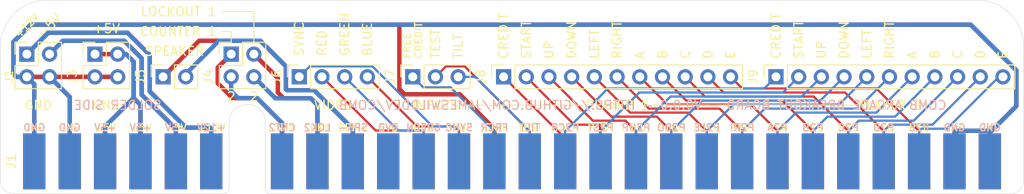
<source format=kicad_pcb>
(kicad_pcb (version 20171130) (host pcbnew "(5.1.9)-1")

  (general
    (thickness 1.6)
    (drawings 56)
    (tracks 245)
    (zones 0)
    (modules 9)
    (nets 42)
  )

  (page A4)
  (title_block
    (title "Comb Arcade Breakout Board")
    (date 2021-05-02)
    (rev 0.0.0)
    (company jameswilddev)
  )

  (layers
    (0 F.Cu signal)
    (31 B.Cu signal)
    (32 B.Adhes user)
    (33 F.Adhes user)
    (34 B.Paste user)
    (35 F.Paste user)
    (36 B.SilkS user)
    (37 F.SilkS user)
    (38 B.Mask user)
    (39 F.Mask user)
    (40 Dwgs.User user)
    (41 Cmts.User user)
    (42 Eco1.User user)
    (43 Eco2.User user)
    (44 Edge.Cuts user)
    (45 Margin user)
    (46 B.CrtYd user)
    (47 F.CrtYd user)
    (48 B.Fab user)
    (49 F.Fab user)
  )

  (setup
    (last_trace_width 0.25)
    (trace_clearance 0.2)
    (zone_clearance 0.2)
    (zone_45_only no)
    (trace_min 0.2)
    (via_size 0.8)
    (via_drill 0.4)
    (via_min_size 0.4)
    (via_min_drill 0.3)
    (uvia_size 0.3)
    (uvia_drill 0.1)
    (uvias_allowed no)
    (uvia_min_size 0.2)
    (uvia_min_drill 0.1)
    (edge_width 0.05)
    (segment_width 0.2)
    (pcb_text_width 0.3)
    (pcb_text_size 1.5 1.5)
    (mod_edge_width 0.12)
    (mod_text_size 1 1)
    (mod_text_width 0.15)
    (pad_size 3.2 3.2)
    (pad_drill 3.2)
    (pad_to_mask_clearance 0)
    (aux_axis_origin 0 0)
    (visible_elements 7FFDFF7F)
    (pcbplotparams
      (layerselection 0x010fc_ffffffff)
      (usegerberextensions false)
      (usegerberattributes true)
      (usegerberadvancedattributes true)
      (creategerberjobfile true)
      (excludeedgelayer true)
      (linewidth 0.100000)
      (plotframeref false)
      (viasonmask false)
      (mode 1)
      (useauxorigin false)
      (hpglpennumber 1)
      (hpglpenspeed 20)
      (hpglpendiameter 15.000000)
      (psnegative false)
      (psa4output false)
      (plotreference true)
      (plotvalue true)
      (plotinvisibletext false)
      (padsonsilk false)
      (subtractmaskfromsilk false)
      (outputformat 1)
      (mirror false)
      (drillshape 0)
      (scaleselection 1)
      (outputdirectory ""))
  )

  (net 0 "")
  (net 1 GND)
  (net 2 "Net-(J1-Pad11)")
  (net 3 +5V)
  (net 4 "Net-(J1-PadM)")
  (net 5 VIDEO_SYNC)
  (net 6 P2_START)
  (net 7 P2_LEFT)
  (net 8 VIDEO_GREEN)
  (net 9 P2_UP)
  (net 10 P2_DOWN)
  (net 11 P2_RIGHT)
  (net 12 P1_RIGHT)
  (net 13 P1_LEFT)
  (net 14 P1_DOWN)
  (net 15 P1_UP)
  (net 16 P1_START)
  (net 17 VIDEO_BLUE)
  (net 18 VIDEO_RED)
  (net 19 SPEAKER+)
  (net 20 -5V)
  (net 21 COUNTER_2)
  (net 22 +12V)
  (net 23 SPEAKER-)
  (net 24 LOCKOUT_2)
  (net 25 TILT)
  (net 26 TEST)
  (net 27 LOCKOUT_1)
  (net 28 COUNTER_1)
  (net 29 P2_CREDIT)
  (net 30 P2_A)
  (net 31 P2_B)
  (net 32 P2_C)
  (net 33 P2_D)
  (net 34 P2_E)
  (net 35 P1_E)
  (net 36 P1_D)
  (net 37 P1_C)
  (net 38 P1_B)
  (net 39 P1_A)
  (net 40 P1_CREDIT)
  (net 41 FREE_CREDIT)

  (net_class Default "This is the default net class."
    (clearance 0.2)
    (trace_width 0.25)
    (via_dia 0.8)
    (via_drill 0.4)
    (uvia_dia 0.3)
    (uvia_drill 0.1)
    (add_net FREE_CREDIT)
    (add_net "Net-(J1-Pad11)")
    (add_net "Net-(J1-PadM)")
    (add_net P1_A)
    (add_net P1_B)
    (add_net P1_C)
    (add_net P1_CREDIT)
    (add_net P1_D)
    (add_net P1_DOWN)
    (add_net P1_E)
    (add_net P1_LEFT)
    (add_net P1_RIGHT)
    (add_net P1_START)
    (add_net P1_UP)
    (add_net P2_A)
    (add_net P2_B)
    (add_net P2_C)
    (add_net P2_CREDIT)
    (add_net P2_D)
    (add_net P2_DOWN)
    (add_net P2_E)
    (add_net P2_LEFT)
    (add_net P2_RIGHT)
    (add_net P2_START)
    (add_net P2_UP)
    (add_net TEST)
    (add_net TILT)
    (add_net VIDEO_BLUE)
    (add_net VIDEO_GREEN)
    (add_net VIDEO_RED)
    (add_net VIDEO_SYNC)
  )

  (net_class Power ""
    (clearance 0.4)
    (trace_width 0.5)
    (via_dia 0.8)
    (via_drill 0.4)
    (uvia_dia 0.3)
    (uvia_drill 0.1)
    (add_net +12V)
    (add_net +5V)
    (add_net -5V)
    (add_net COUNTER_1)
    (add_net COUNTER_2)
    (add_net GND)
    (add_net LOCKOUT_1)
    (add_net LOCKOUT_2)
    (add_net SPEAKER+)
    (add_net SPEAKER-)
  )

  (module Comb:Edge_Connector (layer F.Cu) (tedit 608E6293) (tstamp 608F8AAE)
    (at 121.92 111.76)
    (path /6083F27E)
    (fp_text reference J1 (at -56.03875 4.375 90) (layer F.SilkS)
      (effects (font (size 1 1) (thickness 0.15)))
    )
    (fp_text value Game_Connector (at -43.56 11.5) (layer F.Fab)
      (effects (font (size 1 1) (thickness 0.15)))
    )
    (fp_poly (pts (xy 57.25 8) (xy -57.25 8) (xy -57.25 1.25) (xy 57.25 1.25)) (layer B.Mask) (width 0.1))
    (fp_poly (pts (xy 57.25 8) (xy -57.25 8) (xy -57.25 1.25) (xy 57.25 1.25)) (layer F.Mask) (width 0.1))
    (fp_line (start -29.7 -2) (end -29.615 -2) (layer Edge.Cuts) (width 0.05))
    (fp_line (start -27.115 8) (end 55.75 8) (layer Edge.Cuts) (width 0.05))
    (fp_line (start -31.66 7.375) (end -31.66 0) (layer Edge.Cuts) (width 0.05))
    (fp_line (start 57.25 6.5) (end 57.25 0) (layer Edge.Cuts) (width 0.05))
    (fp_line (start -27.615 0) (end -27.615 7.5) (layer Edge.Cuts) (width 0.05))
    (fp_line (start -32.285 8) (end -55.75 8) (layer Edge.Cuts) (width 0.05))
    (fp_line (start -57.25 6.5) (end -57.25 0) (layer Edge.Cuts) (width 0.05))
    (fp_text user P2D (at 41.58 0.6) (layer B.SilkS)
      (effects (font (size 0.8 0.8) (thickness 0.15)) (justify mirror))
    )
    (fp_text user P2E (at 45.54 0.6) (layer B.SilkS)
      (effects (font (size 0.8 0.8) (thickness 0.15)) (justify mirror))
    )
    (fp_text user GND (at 49.5 0.6) (layer B.SilkS)
      (effects (font (size 0.8 0.8) (thickness 0.15)) (justify mirror))
    )
    (fp_text user GND (at 53.46 0.6) (layer B.SilkS)
      (effects (font (size 0.8 0.8) (thickness 0.15)) (justify mirror))
    )
    (fp_text user GND (at -53.46 0.6) (layer B.SilkS)
      (effects (font (size 0.8 0.8) (thickness 0.15)) (justify mirror))
    )
    (fp_text user P2LE (at 21.78 0.6) (layer B.SilkS)
      (effects (font (size 0.8 0.8) (thickness 0.15)) (justify mirror))
    )
    (fp_text user P2RI (at 25.74 0.6) (layer B.SilkS)
      (effects (font (size 0.8 0.8) (thickness 0.15)) (justify mirror))
    )
    (fp_text user P2A (at 29.7 0.6) (layer B.SilkS)
      (effects (font (size 0.8 0.8) (thickness 0.15)) (justify mirror))
    )
    (fp_text user P2B (at 33.66 0.6) (layer B.SilkS)
      (effects (font (size 0.8 0.8) (thickness 0.15)) (justify mirror))
    )
    (fp_text user P2C (at 37.62 0.6) (layer B.SilkS)
      (effects (font (size 0.8 0.8) (thickness 0.15)) (justify mirror))
    )
    (fp_text user +5V (at -41.58 0.6) (layer B.SilkS)
      (effects (font (size 0.8 0.8) (thickness 0.15)) (justify mirror))
    )
    (fp_text user +12V (at -33.66 0.6) (layer B.SilkS)
      (effects (font (size 0.8 0.8) (thickness 0.15)) (justify mirror))
    )
    (fp_text user -5V (at -37.62 0.6) (layer B.SilkS)
      (effects (font (size 0.8 0.8) (thickness 0.15)) (justify mirror))
    )
    (fp_text user CNT2 (at -25.74 0.6) (layer B.SilkS)
      (effects (font (size 0.8 0.8) (thickness 0.15)) (justify mirror))
    )
    (fp_text user SPK- (at -17.82 0.6) (layer B.SilkS)
      (effects (font (size 0.8 0.8) (thickness 0.15)) (justify mirror))
    )
    (fp_text user LCK2 (at -21.78 0.6) (layer B.SilkS)
      (effects (font (size 0.8 0.8) (thickness 0.15)) (justify mirror))
    )
    (fp_text user GREEN (at -9.9 0.6) (layer B.SilkS)
      (effects (font (size 0.8 0.8) (thickness 0.15)) (justify mirror))
    )
    (fp_text user RVD (at -13.86 0.6) (layer B.SilkS)
      (effects (font (size 0.8 0.8) (thickness 0.15)) (justify mirror))
    )
    (fp_text user SYNC (at -5.94 0.6) (layer B.SilkS)
      (effects (font (size 0.8 0.8) (thickness 0.15)) (justify mirror))
    )
    (fp_text user FRCR (at -1.98 0.6) (layer B.SilkS)
      (effects (font (size 0.8 0.8) (thickness 0.15)) (justify mirror))
    )
    (fp_text user P2CR (at 5.94 0.6) (layer B.SilkS)
      (effects (font (size 0.8 0.8) (thickness 0.15)) (justify mirror))
    )
    (fp_text user TILT (at 1.98 0.6) (layer B.SilkS)
      (effects (font (size 0.8 0.8) (thickness 0.15)) (justify mirror))
    )
    (fp_text user P2ST (at 9.9 0.6) (layer B.SilkS)
      (effects (font (size 0.8 0.8) (thickness 0.15)) (justify mirror))
    )
    (fp_text user P2UP (at 13.86 0.6) (layer B.SilkS)
      (effects (font (size 0.8 0.8) (thickness 0.15)) (justify mirror))
    )
    (fp_text user P2DO (at 17.82 0.6) (layer B.SilkS)
      (effects (font (size 0.8 0.8) (thickness 0.15)) (justify mirror))
    )
    (fp_text user GND (at -49.5 0.6) (layer B.SilkS)
      (effects (font (size 0.8 0.8) (thickness 0.15)) (justify mirror))
    )
    (fp_text user +5V (at -45.54 0.6) (layer B.SilkS)
      (effects (font (size 0.8 0.8) (thickness 0.15)) (justify mirror))
    )
    (fp_text user GND (at 53.46 0.6) (layer F.SilkS)
      (effects (font (size 0.8 0.8) (thickness 0.15)))
    )
    (fp_text user GND (at 49.5 0.6) (layer F.SilkS)
      (effects (font (size 0.8 0.8) (thickness 0.15)))
    )
    (fp_text user P1E (at 45.54 0.6) (layer F.SilkS)
      (effects (font (size 0.8 0.8) (thickness 0.15)))
    )
    (fp_text user P1D (at 41.58 0.6) (layer F.SilkS)
      (effects (font (size 0.8 0.8) (thickness 0.15)))
    )
    (fp_text user P1C (at 37.62 0.6) (layer F.SilkS)
      (effects (font (size 0.8 0.8) (thickness 0.15)))
    )
    (fp_text user P1B (at 33.66 0.6) (layer F.SilkS)
      (effects (font (size 0.8 0.8) (thickness 0.15)))
    )
    (fp_text user P1A (at 29.7 0.6) (layer F.SilkS)
      (effects (font (size 0.8 0.8) (thickness 0.15)))
    )
    (fp_text user P1RI (at 25.74 0.6) (layer F.SilkS)
      (effects (font (size 0.8 0.8) (thickness 0.15)))
    )
    (fp_text user P1LE (at 21.78 0.6) (layer F.SilkS)
      (effects (font (size 0.8 0.8) (thickness 0.15)))
    )
    (fp_text user P1DO (at 17.82 0.6) (layer F.SilkS)
      (effects (font (size 0.8 0.8) (thickness 0.15)))
    )
    (fp_text user P1UP (at 13.86 0.6) (layer F.SilkS)
      (effects (font (size 0.8 0.8) (thickness 0.15)))
    )
    (fp_text user P1ST (at 9.9 0.6) (layer F.SilkS)
      (effects (font (size 0.8 0.8) (thickness 0.15)))
    )
    (fp_text user P1CR (at 5.94 0.6) (layer F.SilkS)
      (effects (font (size 0.8 0.8) (thickness 0.15)))
    )
    (fp_text user TEST (at 1.98 0.6) (layer F.SilkS)
      (effects (font (size 0.8 0.8) (thickness 0.15)))
    )
    (fp_text user GND (at -1.98 0.6) (layer F.SilkS)
      (effects (font (size 0.8 0.8) (thickness 0.15)))
    )
    (fp_text user BLUE (at -5.94 0.6) (layer F.SilkS)
      (effects (font (size 0.8 0.8) (thickness 0.15)))
    )
    (fp_text user RED (at -9.9 0.6) (layer F.SilkS)
      (effects (font (size 0.8 0.8) (thickness 0.15)))
    )
    (fp_text user RVD (at -13.86 0.6) (layer F.SilkS)
      (effects (font (size 0.8 0.8) (thickness 0.15)))
    )
    (fp_text user SPK+ (at -17.82 0.6) (layer F.SilkS)
      (effects (font (size 0.8 0.8) (thickness 0.15)))
    )
    (fp_text user LCK1 (at -21.78 0.6) (layer F.SilkS)
      (effects (font (size 0.8 0.8) (thickness 0.15)))
    )
    (fp_text user CNT1 (at -25.74 0.6) (layer F.SilkS)
      (effects (font (size 0.8 0.8) (thickness 0.15)))
    )
    (fp_text user +12V (at -33.66 0.6) (layer F.SilkS)
      (effects (font (size 0.8 0.8) (thickness 0.15)))
    )
    (fp_text user -5V (at -37.62 0.6) (layer F.SilkS)
      (effects (font (size 0.8 0.8) (thickness 0.15)))
    )
    (fp_text user +5V (at -41.58 0.6) (layer F.SilkS)
      (effects (font (size 0.8 0.8) (thickness 0.15)))
    )
    (fp_text user +5V (at -45.54 0.6) (layer F.SilkS)
      (effects (font (size 0.8 0.8) (thickness 0.15)))
    )
    (fp_text user GND (at -49.5 0.6) (layer F.SilkS)
      (effects (font (size 0.8 0.8) (thickness 0.15)))
    )
    (fp_text user GND (at -53.46 0.6) (layer F.SilkS)
      (effects (font (size 0.8 0.8) (thickness 0.15)))
    )
    (fp_arc (start -29.615 0) (end -27.615 0) (angle -90) (layer Edge.Cuts) (width 0.05))
    (fp_arc (start -29.66 0) (end -29.7 -2) (angle -88.9) (layer Edge.Cuts) (width 0.05))
    (fp_arc (start 55.75 6.5) (end 55.75 8) (angle -90) (layer Edge.Cuts) (width 0.05))
    (fp_arc (start -27.115 7.5) (end -27.615 7.5) (angle -90) (layer Edge.Cuts) (width 0.05))
    (fp_arc (start -32.285 7.375) (end -32.285 8) (angle -90) (layer Edge.Cuts) (width 0.05))
    (fp_arc (start -55.75 6.5) (end -57.25 6.5) (angle -90) (layer Edge.Cuts) (width 0.05))
    (pad P smd rect (at -5.94 4.375) (size 2.5 6.25) (layers B.Cu B.Paste B.Mask)
      (net 5 VIDEO_SYNC))
    (pad U smd rect (at 9.9 4.375) (size 2.5 6.25) (layers B.Cu B.Paste B.Mask)
      (net 6 P2_START))
    (pad X smd rect (at 21.78 4.375) (size 2.5 6.25) (layers B.Cu B.Paste B.Mask)
      (net 7 P2_LEFT))
    (pad E smd rect (at -37.62 4.375) (size 2.5 6.25) (layers B.Cu B.Paste B.Mask)
      (net 20 -5V))
    (pad J smd rect (at -25.74 4.375) (size 2.5 6.25) (layers B.Cu B.Paste B.Mask)
      (net 21 COUNTER_2))
    (pad N smd rect (at -9.9 4.375) (size 2.5 6.25) (layers B.Cu B.Paste B.Mask)
      (net 8 VIDEO_GREEN))
    (pad F smd rect (at -33.66 4.375) (size 2.5 6.25) (layers B.Cu B.Paste B.Mask)
      (net 22 +12V))
    (pad T smd rect (at 5.94 4.375) (size 2.5 6.25) (layers B.Cu B.Paste B.Mask)
      (net 29 P2_CREDIT))
    (pad D smd rect (at -41.58 4.375) (size 2.5 6.25) (layers B.Cu B.Paste B.Mask)
      (net 3 +5V))
    (pad B smd rect (at -49.5 4.375) (size 2.5 6.25) (layers B.Cu B.Paste B.Mask)
      (net 1 GND))
    (pad L smd rect (at -17.82 4.375) (size 2.5 6.25) (layers B.Cu B.Paste B.Mask)
      (net 23 SPEAKER-))
    (pad M smd rect (at -13.86 4.375) (size 2.5 6.25) (layers B.Cu B.Paste B.Mask)
      (net 4 "Net-(J1-PadM)"))
    (pad A smd rect (at -53.46 4.375) (size 2.5 6.25) (layers B.Cu B.Paste B.Mask)
      (net 1 GND))
    (pad K smd rect (at -21.78 4.375) (size 2.5 6.25) (layers B.Cu B.Paste B.Mask)
      (net 24 LOCKOUT_2))
    (pad R smd rect (at -1.98 4.375) (size 2.5 6.25) (layers B.Cu B.Paste B.Mask)
      (net 41 FREE_CREDIT))
    (pad S smd rect (at 1.98 4.375) (size 2.5 6.25) (layers B.Cu B.Paste B.Mask)
      (net 25 TILT))
    (pad C smd rect (at -45.54 4.375) (size 2.5 6.25) (layers B.Cu B.Paste B.Mask)
      (net 3 +5V))
    (pad V smd rect (at 13.86 4.375) (size 2.5 6.25) (layers B.Cu B.Paste B.Mask)
      (net 9 P2_UP))
    (pad W smd rect (at 17.82 4.375) (size 2.5 6.25) (layers B.Cu B.Paste B.Mask)
      (net 10 P2_DOWN))
    (pad Y smd rect (at 25.74 4.375) (size 2.5 6.25) (layers B.Cu B.Paste B.Mask)
      (net 11 P2_RIGHT))
    (pad Z smd rect (at 29.7 4.375) (size 2.5 6.25) (layers B.Cu B.Paste B.Mask)
      (net 30 P2_A))
    (pad AA smd rect (at 33.66 4.375) (size 2.5 6.25) (layers B.Cu B.Paste B.Mask)
      (net 31 P2_B))
    (pad AB smd rect (at 37.62 4.375) (size 2.5 6.25) (layers B.Cu B.Paste B.Mask)
      (net 32 P2_C))
    (pad AC smd rect (at 41.58 4.375) (size 2.5 6.25) (layers B.Cu B.Paste B.Mask)
      (net 33 P2_D))
    (pad AE smd rect (at 49.5 4.375) (size 2.5 6.25) (layers B.Cu B.Paste B.Mask)
      (net 1 GND))
    (pad AD smd rect (at 45.54 4.375) (size 2.5 6.25) (layers B.Cu B.Paste B.Mask)
      (net 34 P2_E))
    (pad AF smd rect (at 53.46 4.375) (size 2.5 6.25) (layers B.Cu B.Paste B.Mask)
      (net 1 GND))
    (pad 28 smd rect (at 53.46 4.375) (size 2.5 6.25) (layers F.Cu F.Paste F.Mask)
      (net 1 GND))
    (pad 27 smd rect (at 49.5 4.375) (size 2.5 6.25) (layers F.Cu F.Paste F.Mask)
      (net 1 GND))
    (pad 26 smd rect (at 45.54 4.375) (size 2.5 6.25) (layers F.Cu F.Paste F.Mask)
      (net 35 P1_E))
    (pad 25 smd rect (at 41.58 4.375) (size 2.5 6.25) (layers F.Cu F.Paste F.Mask)
      (net 36 P1_D))
    (pad 24 smd rect (at 37.62 4.375) (size 2.5 6.25) (layers F.Cu F.Paste F.Mask)
      (net 37 P1_C))
    (pad 23 smd rect (at 33.66 4.375) (size 2.5 6.25) (layers F.Cu F.Paste F.Mask)
      (net 38 P1_B))
    (pad 22 smd rect (at 29.7 4.375) (size 2.5 6.25) (layers F.Cu F.Paste F.Mask)
      (net 39 P1_A))
    (pad 21 smd rect (at 25.74 4.375) (size 2.5 6.25) (layers F.Cu F.Paste F.Mask)
      (net 12 P1_RIGHT))
    (pad 20 smd rect (at 21.78 4.375) (size 2.5 6.25) (layers F.Cu F.Paste F.Mask)
      (net 13 P1_LEFT))
    (pad 19 smd rect (at 17.82 4.375) (size 2.5 6.25) (layers F.Cu F.Paste F.Mask)
      (net 14 P1_DOWN))
    (pad 18 smd rect (at 13.86 4.375) (size 2.5 6.25) (layers F.Cu F.Paste F.Mask)
      (net 15 P1_UP))
    (pad 17 smd rect (at 9.9 4.375) (size 2.5 6.25) (layers F.Cu F.Paste F.Mask)
      (net 16 P1_START))
    (pad 16 smd rect (at 5.94 4.375) (size 2.5 6.25) (layers F.Cu F.Paste F.Mask)
      (net 40 P1_CREDIT))
    (pad 15 smd rect (at 1.98 4.375) (size 2.5 6.25) (layers F.Cu F.Paste F.Mask)
      (net 26 TEST))
    (pad 14 smd rect (at -1.98 4.375) (size 2.5 6.25) (layers F.Cu F.Paste F.Mask)
      (net 1 GND))
    (pad 13 smd rect (at -5.94 4.375) (size 2.5 6.25) (layers F.Cu F.Paste F.Mask)
      (net 17 VIDEO_BLUE))
    (pad 12 smd rect (at -9.9 4.375) (size 2.5 6.25) (layers F.Cu F.Paste F.Mask)
      (net 18 VIDEO_RED))
    (pad 1 smd rect (at -53.46 4.375) (size 2.5 6.25) (layers F.Cu F.Paste F.Mask)
      (net 1 GND))
    (pad 11 smd rect (at -13.86 4.375) (size 2.5 6.25) (layers F.Cu F.Paste F.Mask)
      (net 2 "Net-(J1-Pad11)"))
    (pad 10 smd rect (at -17.82 4.375) (size 2.5 6.25) (layers F.Cu F.Paste F.Mask)
      (net 19 SPEAKER+))
    (pad 2 smd rect (at -49.5 4.375) (size 2.5 6.25) (layers F.Cu F.Paste F.Mask)
      (net 1 GND))
    (pad 3 smd rect (at -45.54 4.375) (size 2.5 6.25) (layers F.Cu F.Paste F.Mask)
      (net 3 +5V))
    (pad 9 smd rect (at -21.78 4.375) (size 2.5 6.25) (layers F.Cu F.Paste F.Mask)
      (net 27 LOCKOUT_1))
    (pad 8 smd rect (at -25.74 4.375) (size 2.5 6.25) (layers F.Cu F.Paste F.Mask)
      (net 28 COUNTER_1))
    (pad 4 smd rect (at -41.58 4.375) (size 2.5 6.25) (layers F.Cu F.Paste F.Mask)
      (net 3 +5V))
    (pad 5 smd rect (at -37.62 4.375) (size 2.5 6.25) (layers F.Cu F.Paste F.Mask)
      (net 20 -5V))
    (pad 6 smd rect (at -33.66 4.375) (size 2.5 6.25) (layers F.Cu F.Paste F.Mask)
      (net 22 +12V))
  )

  (module Connector_PinSocket_2.54mm:PinSocket_1x02_P2.54mm_Vertical (layer F.Cu) (tedit 5A19A420) (tstamp 608F330A)
    (at 82.8675 106.68 90)
    (descr "Through hole straight socket strip, 1x02, 2.54mm pitch, single row (from Kicad 4.0.7), script generated")
    (tags "Through hole socket strip THT 1x02 2.54mm single row")
    (path /6094EC80)
    (fp_text reference J5 (at 0 -2.54 90) (layer F.SilkS)
      (effects (font (size 1 1) (thickness 0.15)))
    )
    (fp_text value SPEAKER (at 0 5.31 90) (layer F.Fab)
      (effects (font (size 1 1) (thickness 0.15)))
    )
    (fp_line (start -1.27 -1.27) (end 0.635 -1.27) (layer F.Fab) (width 0.1))
    (fp_line (start 0.635 -1.27) (end 1.27 -0.635) (layer F.Fab) (width 0.1))
    (fp_line (start 1.27 -0.635) (end 1.27 3.81) (layer F.Fab) (width 0.1))
    (fp_line (start 1.27 3.81) (end -1.27 3.81) (layer F.Fab) (width 0.1))
    (fp_line (start -1.27 3.81) (end -1.27 -1.27) (layer F.Fab) (width 0.1))
    (fp_line (start -1.33 1.27) (end 1.33 1.27) (layer F.SilkS) (width 0.12))
    (fp_line (start -1.33 1.27) (end -1.33 3.87) (layer F.SilkS) (width 0.12))
    (fp_line (start -1.33 3.87) (end 1.33 3.87) (layer F.SilkS) (width 0.12))
    (fp_line (start 1.33 1.27) (end 1.33 3.87) (layer F.SilkS) (width 0.12))
    (fp_line (start 1.33 -1.33) (end 1.33 0) (layer F.SilkS) (width 0.12))
    (fp_line (start 0 -1.33) (end 1.33 -1.33) (layer F.SilkS) (width 0.12))
    (fp_line (start -1.8 -1.8) (end 1.75 -1.8) (layer F.CrtYd) (width 0.05))
    (fp_line (start 1.75 -1.8) (end 1.75 4.3) (layer F.CrtYd) (width 0.05))
    (fp_line (start 1.75 4.3) (end -1.8 4.3) (layer F.CrtYd) (width 0.05))
    (fp_line (start -1.8 4.3) (end -1.8 -1.8) (layer F.CrtYd) (width 0.05))
    (fp_text user %R (at 0 1.27) (layer F.Fab)
      (effects (font (size 1 1) (thickness 0.15)))
    )
    (pad 2 thru_hole oval (at 0 2.54 90) (size 1.7 1.7) (drill 1) (layers *.Cu *.Mask)
      (net 23 SPEAKER-))
    (pad 1 thru_hole rect (at 0 0 90) (size 1.7 1.7) (drill 1) (layers *.Cu *.Mask)
      (net 19 SPEAKER+))
    (model ${KISYS3DMOD}/Connector_PinSocket_2.54mm.3dshapes/PinSocket_1x02_P2.54mm_Vertical.wrl
      (at (xyz 0 0 0))
      (scale (xyz 1 1 1))
      (rotate (xyz 0 0 0))
    )
  )

  (module Connector_PinSocket_2.54mm:PinSocket_2x02_P2.54mm_Vertical (layer F.Cu) (tedit 5A19A426) (tstamp 608F238E)
    (at 75.2475 104.14 90)
    (descr "Through hole straight socket strip, 2x02, 2.54mm pitch, double cols (from Kicad 4.0.7), script generated")
    (tags "Through hole socket strip THT 2x02 2.54mm double row")
    (path /6093A000)
    (fp_text reference J3 (at -2.54 -2.54 90) (layer F.SilkS)
      (effects (font (size 1 1) (thickness 0.15)))
    )
    (fp_text value PWR_SAFE (at -1.27 5.31 90) (layer F.Fab)
      (effects (font (size 1 1) (thickness 0.15)))
    )
    (fp_line (start -3.81 -1.27) (end 0.27 -1.27) (layer F.Fab) (width 0.1))
    (fp_line (start 0.27 -1.27) (end 1.27 -0.27) (layer F.Fab) (width 0.1))
    (fp_line (start 1.27 -0.27) (end 1.27 3.81) (layer F.Fab) (width 0.1))
    (fp_line (start 1.27 3.81) (end -3.81 3.81) (layer F.Fab) (width 0.1))
    (fp_line (start -3.81 3.81) (end -3.81 -1.27) (layer F.Fab) (width 0.1))
    (fp_line (start -3.87 -1.33) (end -1.27 -1.33) (layer F.SilkS) (width 0.12))
    (fp_line (start -3.87 -1.33) (end -3.87 3.87) (layer F.SilkS) (width 0.12))
    (fp_line (start -3.87 3.87) (end 1.33 3.87) (layer F.SilkS) (width 0.12))
    (fp_line (start 1.33 1.27) (end 1.33 3.87) (layer F.SilkS) (width 0.12))
    (fp_line (start -1.27 1.27) (end 1.33 1.27) (layer F.SilkS) (width 0.12))
    (fp_line (start -1.27 -1.33) (end -1.27 1.27) (layer F.SilkS) (width 0.12))
    (fp_line (start 1.33 -1.33) (end 1.33 0) (layer F.SilkS) (width 0.12))
    (fp_line (start 0 -1.33) (end 1.33 -1.33) (layer F.SilkS) (width 0.12))
    (fp_line (start -4.34 -1.8) (end 1.76 -1.8) (layer F.CrtYd) (width 0.05))
    (fp_line (start 1.76 -1.8) (end 1.76 4.3) (layer F.CrtYd) (width 0.05))
    (fp_line (start 1.76 4.3) (end -4.34 4.3) (layer F.CrtYd) (width 0.05))
    (fp_line (start -4.34 4.3) (end -4.34 -1.8) (layer F.CrtYd) (width 0.05))
    (fp_text user %R (at -1.27 1.27) (layer F.Fab)
      (effects (font (size 1 1) (thickness 0.15)))
    )
    (pad 4 thru_hole oval (at -2.54 2.54 90) (size 1.7 1.7) (drill 1) (layers *.Cu *.Mask)
      (net 1 GND))
    (pad 3 thru_hole oval (at 0 2.54 90) (size 1.7 1.7) (drill 1) (layers *.Cu *.Mask)
      (net 3 +5V))
    (pad 2 thru_hole oval (at -2.54 0 90) (size 1.7 1.7) (drill 1) (layers *.Cu *.Mask)
      (net 1 GND))
    (pad 1 thru_hole rect (at 0 0 90) (size 1.7 1.7) (drill 1) (layers *.Cu *.Mask)
      (net 3 +5V))
    (model ${KISYS3DMOD}/Connector_PinSocket_2.54mm.3dshapes/PinSocket_2x02_P2.54mm_Vertical.wrl
      (at (xyz 0 0 0))
      (scale (xyz 1 1 1))
      (rotate (xyz 0 0 0))
    )
  )

  (module Connector_PinSocket_2.54mm:PinSocket_2x02_P2.54mm_Vertical (layer F.Cu) (tedit 5A19A426) (tstamp 608F32F2)
    (at 90.4875 104.14 90)
    (descr "Through hole straight socket strip, 2x02, 2.54mm pitch, double cols (from Kicad 4.0.7), script generated")
    (tags "Through hole socket strip THT 2x02 2.54mm double row")
    (path /6094E426)
    (fp_text reference J4 (at -2.54 -2.54 90) (layer F.SilkS)
      (effects (font (size 1 1) (thickness 0.15)))
    )
    (fp_text value COIN_SLOTS (at -1.27 5.31 90) (layer F.Fab)
      (effects (font (size 1 1) (thickness 0.15)))
    )
    (fp_line (start -3.81 -1.27) (end 0.27 -1.27) (layer F.Fab) (width 0.1))
    (fp_line (start 0.27 -1.27) (end 1.27 -0.27) (layer F.Fab) (width 0.1))
    (fp_line (start 1.27 -0.27) (end 1.27 3.81) (layer F.Fab) (width 0.1))
    (fp_line (start 1.27 3.81) (end -3.81 3.81) (layer F.Fab) (width 0.1))
    (fp_line (start -3.81 3.81) (end -3.81 -1.27) (layer F.Fab) (width 0.1))
    (fp_line (start -3.87 -1.33) (end -1.27 -1.33) (layer F.SilkS) (width 0.12))
    (fp_line (start -3.87 -1.33) (end -3.87 3.87) (layer F.SilkS) (width 0.12))
    (fp_line (start -3.87 3.87) (end 1.33 3.87) (layer F.SilkS) (width 0.12))
    (fp_line (start 1.33 1.27) (end 1.33 3.87) (layer F.SilkS) (width 0.12))
    (fp_line (start -1.27 1.27) (end 1.33 1.27) (layer F.SilkS) (width 0.12))
    (fp_line (start -1.27 -1.33) (end -1.27 1.27) (layer F.SilkS) (width 0.12))
    (fp_line (start 1.33 -1.33) (end 1.33 0) (layer F.SilkS) (width 0.12))
    (fp_line (start 0 -1.33) (end 1.33 -1.33) (layer F.SilkS) (width 0.12))
    (fp_line (start -4.34 -1.8) (end 1.76 -1.8) (layer F.CrtYd) (width 0.05))
    (fp_line (start 1.76 -1.8) (end 1.76 4.3) (layer F.CrtYd) (width 0.05))
    (fp_line (start 1.76 4.3) (end -4.34 4.3) (layer F.CrtYd) (width 0.05))
    (fp_line (start -4.34 4.3) (end -4.34 -1.8) (layer F.CrtYd) (width 0.05))
    (fp_text user %R (at -1.27 1.27) (layer F.Fab)
      (effects (font (size 1 1) (thickness 0.15)))
    )
    (pad 4 thru_hole oval (at -2.54 2.54 90) (size 1.7 1.7) (drill 1) (layers *.Cu *.Mask)
      (net 24 LOCKOUT_2))
    (pad 3 thru_hole oval (at 0 2.54 90) (size 1.7 1.7) (drill 1) (layers *.Cu *.Mask)
      (net 27 LOCKOUT_1))
    (pad 2 thru_hole oval (at -2.54 0 90) (size 1.7 1.7) (drill 1) (layers *.Cu *.Mask)
      (net 21 COUNTER_2))
    (pad 1 thru_hole rect (at 0 0 90) (size 1.7 1.7) (drill 1) (layers *.Cu *.Mask)
      (net 28 COUNTER_1))
    (model ${KISYS3DMOD}/Connector_PinSocket_2.54mm.3dshapes/PinSocket_2x02_P2.54mm_Vertical.wrl
      (at (xyz 0 0 0))
      (scale (xyz 1 1 1))
      (rotate (xyz 0 0 0))
    )
  )

  (module Connector_PinSocket_2.54mm:PinSocket_1x03_P2.54mm_Vertical (layer F.Cu) (tedit 5A19A429) (tstamp 608F147C)
    (at 110.8075 106.68 90)
    (descr "Through hole straight socket strip, 1x03, 2.54mm pitch, single row (from Kicad 4.0.7), script generated")
    (tags "Through hole socket strip THT 1x03 2.54mm single row")
    (path /6092B7A7)
    (fp_text reference J7 (at 0 -2.54 90) (layer F.SilkS)
      (effects (font (size 1 1) (thickness 0.15)))
    )
    (fp_text value MISC_INPUTS (at 0 7.85 90) (layer F.Fab)
      (effects (font (size 1 1) (thickness 0.15)))
    )
    (fp_line (start -1.27 -1.27) (end 0.635 -1.27) (layer F.Fab) (width 0.1))
    (fp_line (start 0.635 -1.27) (end 1.27 -0.635) (layer F.Fab) (width 0.1))
    (fp_line (start 1.27 -0.635) (end 1.27 6.35) (layer F.Fab) (width 0.1))
    (fp_line (start 1.27 6.35) (end -1.27 6.35) (layer F.Fab) (width 0.1))
    (fp_line (start -1.27 6.35) (end -1.27 -1.27) (layer F.Fab) (width 0.1))
    (fp_line (start -1.33 1.27) (end 1.33 1.27) (layer F.SilkS) (width 0.12))
    (fp_line (start -1.33 1.27) (end -1.33 6.41) (layer F.SilkS) (width 0.12))
    (fp_line (start -1.33 6.41) (end 1.33 6.41) (layer F.SilkS) (width 0.12))
    (fp_line (start 1.33 1.27) (end 1.33 6.41) (layer F.SilkS) (width 0.12))
    (fp_line (start 1.33 -1.33) (end 1.33 0) (layer F.SilkS) (width 0.12))
    (fp_line (start 0 -1.33) (end 1.33 -1.33) (layer F.SilkS) (width 0.12))
    (fp_line (start -1.8 -1.8) (end 1.75 -1.8) (layer F.CrtYd) (width 0.05))
    (fp_line (start 1.75 -1.8) (end 1.75 6.85) (layer F.CrtYd) (width 0.05))
    (fp_line (start 1.75 6.85) (end -1.8 6.85) (layer F.CrtYd) (width 0.05))
    (fp_line (start -1.8 6.85) (end -1.8 -1.8) (layer F.CrtYd) (width 0.05))
    (fp_text user %R (at 0 2.54) (layer F.Fab)
      (effects (font (size 1 1) (thickness 0.15)))
    )
    (pad 3 thru_hole oval (at 0 5.08 90) (size 1.7 1.7) (drill 1) (layers *.Cu *.Mask)
      (net 25 TILT))
    (pad 2 thru_hole oval (at 0 2.54 90) (size 1.7 1.7) (drill 1) (layers *.Cu *.Mask)
      (net 26 TEST))
    (pad 1 thru_hole rect (at 0 0 90) (size 1.7 1.7) (drill 1) (layers *.Cu *.Mask)
      (net 41 FREE_CREDIT))
    (model ${KISYS3DMOD}/Connector_PinSocket_2.54mm.3dshapes/PinSocket_1x03_P2.54mm_Vertical.wrl
      (at (xyz 0 0 0))
      (scale (xyz 1 1 1))
      (rotate (xyz 0 0 0))
    )
  )

  (module Connector_PinSocket_2.54mm:PinSocket_1x04_P2.54mm_Vertical (layer F.Cu) (tedit 5A19A429) (tstamp 608F0F03)
    (at 98.1075 106.68 90)
    (descr "Through hole straight socket strip, 1x04, 2.54mm pitch, single row (from Kicad 4.0.7), script generated")
    (tags "Through hole socket strip THT 1x04 2.54mm single row")
    (path /6091DA51)
    (fp_text reference J6 (at 0 -2.54 90) (layer F.SilkS)
      (effects (font (size 1 1) (thickness 0.15)))
    )
    (fp_text value VIDEO (at 0 10.39 90) (layer F.Fab)
      (effects (font (size 1 1) (thickness 0.15)))
    )
    (fp_line (start -1.27 -1.27) (end 0.635 -1.27) (layer F.Fab) (width 0.1))
    (fp_line (start 0.635 -1.27) (end 1.27 -0.635) (layer F.Fab) (width 0.1))
    (fp_line (start 1.27 -0.635) (end 1.27 8.89) (layer F.Fab) (width 0.1))
    (fp_line (start 1.27 8.89) (end -1.27 8.89) (layer F.Fab) (width 0.1))
    (fp_line (start -1.27 8.89) (end -1.27 -1.27) (layer F.Fab) (width 0.1))
    (fp_line (start -1.33 1.27) (end 1.33 1.27) (layer F.SilkS) (width 0.12))
    (fp_line (start -1.33 1.27) (end -1.33 8.95) (layer F.SilkS) (width 0.12))
    (fp_line (start -1.33 8.95) (end 1.33 8.95) (layer F.SilkS) (width 0.12))
    (fp_line (start 1.33 1.27) (end 1.33 8.95) (layer F.SilkS) (width 0.12))
    (fp_line (start 1.33 -1.33) (end 1.33 0) (layer F.SilkS) (width 0.12))
    (fp_line (start 0 -1.33) (end 1.33 -1.33) (layer F.SilkS) (width 0.12))
    (fp_line (start -1.8 -1.8) (end 1.75 -1.8) (layer F.CrtYd) (width 0.05))
    (fp_line (start 1.75 -1.8) (end 1.75 9.4) (layer F.CrtYd) (width 0.05))
    (fp_line (start 1.75 9.4) (end -1.8 9.4) (layer F.CrtYd) (width 0.05))
    (fp_line (start -1.8 9.4) (end -1.8 -1.8) (layer F.CrtYd) (width 0.05))
    (fp_text user %R (at 0 3.81) (layer F.Fab)
      (effects (font (size 1 1) (thickness 0.15)))
    )
    (pad 4 thru_hole oval (at 0 7.62 90) (size 1.7 1.7) (drill 1) (layers *.Cu *.Mask)
      (net 17 VIDEO_BLUE))
    (pad 3 thru_hole oval (at 0 5.08 90) (size 1.7 1.7) (drill 1) (layers *.Cu *.Mask)
      (net 8 VIDEO_GREEN))
    (pad 2 thru_hole oval (at 0 2.54 90) (size 1.7 1.7) (drill 1) (layers *.Cu *.Mask)
      (net 18 VIDEO_RED))
    (pad 1 thru_hole rect (at 0 0 90) (size 1.7 1.7) (drill 1) (layers *.Cu *.Mask)
      (net 5 VIDEO_SYNC))
    (model ${KISYS3DMOD}/Connector_PinSocket_2.54mm.3dshapes/PinSocket_1x04_P2.54mm_Vertical.wrl
      (at (xyz 0 0 0))
      (scale (xyz 1 1 1))
      (rotate (xyz 0 0 0))
    )
  )

  (module Connector_PinSocket_2.54mm:PinSocket_1x11_P2.54mm_Vertical (layer F.Cu) (tedit 5A19A42E) (tstamp 608F08BB)
    (at 151.4475 106.68 90)
    (descr "Through hole straight socket strip, 1x11, 2.54mm pitch, single row (from Kicad 4.0.7), script generated")
    (tags "Through hole socket strip THT 1x11 2.54mm single row")
    (path /6091D672)
    (fp_text reference J9 (at 0 -2.54 90) (layer F.SilkS)
      (effects (font (size 1 1) (thickness 0.15)))
    )
    (fp_text value P2 (at 0 28.17 90) (layer F.Fab)
      (effects (font (size 1 1) (thickness 0.15)))
    )
    (fp_line (start -1.27 -1.27) (end 0.635 -1.27) (layer F.Fab) (width 0.1))
    (fp_line (start 0.635 -1.27) (end 1.27 -0.635) (layer F.Fab) (width 0.1))
    (fp_line (start 1.27 -0.635) (end 1.27 26.67) (layer F.Fab) (width 0.1))
    (fp_line (start 1.27 26.67) (end -1.27 26.67) (layer F.Fab) (width 0.1))
    (fp_line (start -1.27 26.67) (end -1.27 -1.27) (layer F.Fab) (width 0.1))
    (fp_line (start -1.33 1.27) (end 1.33 1.27) (layer F.SilkS) (width 0.12))
    (fp_line (start -1.33 1.27) (end -1.33 26.73) (layer F.SilkS) (width 0.12))
    (fp_line (start -1.33 26.73) (end 1.33 26.73) (layer F.SilkS) (width 0.12))
    (fp_line (start 1.33 1.27) (end 1.33 26.73) (layer F.SilkS) (width 0.12))
    (fp_line (start 1.33 -1.33) (end 1.33 0) (layer F.SilkS) (width 0.12))
    (fp_line (start 0 -1.33) (end 1.33 -1.33) (layer F.SilkS) (width 0.12))
    (fp_line (start -1.8 -1.8) (end 1.75 -1.8) (layer F.CrtYd) (width 0.05))
    (fp_line (start 1.75 -1.8) (end 1.75 27.15) (layer F.CrtYd) (width 0.05))
    (fp_line (start 1.75 27.15) (end -1.8 27.15) (layer F.CrtYd) (width 0.05))
    (fp_line (start -1.8 27.15) (end -1.8 -1.8) (layer F.CrtYd) (width 0.05))
    (fp_text user %R (at 0 12.7) (layer F.Fab)
      (effects (font (size 1 1) (thickness 0.15)))
    )
    (pad 11 thru_hole oval (at 0 25.4 90) (size 1.7 1.7) (drill 1) (layers *.Cu *.Mask)
      (net 34 P2_E))
    (pad 10 thru_hole oval (at 0 22.86 90) (size 1.7 1.7) (drill 1) (layers *.Cu *.Mask)
      (net 33 P2_D))
    (pad 9 thru_hole oval (at 0 20.32 90) (size 1.7 1.7) (drill 1) (layers *.Cu *.Mask)
      (net 32 P2_C))
    (pad 8 thru_hole oval (at 0 17.78 90) (size 1.7 1.7) (drill 1) (layers *.Cu *.Mask)
      (net 31 P2_B))
    (pad 7 thru_hole oval (at 0 15.24 90) (size 1.7 1.7) (drill 1) (layers *.Cu *.Mask)
      (net 30 P2_A))
    (pad 6 thru_hole oval (at 0 12.7 90) (size 1.7 1.7) (drill 1) (layers *.Cu *.Mask)
      (net 11 P2_RIGHT))
    (pad 5 thru_hole oval (at 0 10.16 90) (size 1.7 1.7) (drill 1) (layers *.Cu *.Mask)
      (net 7 P2_LEFT))
    (pad 4 thru_hole oval (at 0 7.62 90) (size 1.7 1.7) (drill 1) (layers *.Cu *.Mask)
      (net 10 P2_DOWN))
    (pad 3 thru_hole oval (at 0 5.08 90) (size 1.7 1.7) (drill 1) (layers *.Cu *.Mask)
      (net 9 P2_UP))
    (pad 2 thru_hole oval (at 0 2.54 90) (size 1.7 1.7) (drill 1) (layers *.Cu *.Mask)
      (net 6 P2_START))
    (pad 1 thru_hole rect (at 0 0 90) (size 1.7 1.7) (drill 1) (layers *.Cu *.Mask)
      (net 29 P2_CREDIT))
    (model ${KISYS3DMOD}/Connector_PinSocket_2.54mm.3dshapes/PinSocket_1x11_P2.54mm_Vertical.wrl
      (at (xyz 0 0 0))
      (scale (xyz 1 1 1))
      (rotate (xyz 0 0 0))
    )
  )

  (module Connector_PinSocket_2.54mm:PinSocket_1x11_P2.54mm_Vertical (layer F.Cu) (tedit 5A19A42E) (tstamp 608F089C)
    (at 120.9675 106.68 90)
    (descr "Through hole straight socket strip, 1x11, 2.54mm pitch, single row (from Kicad 4.0.7), script generated")
    (tags "Through hole socket strip THT 1x11 2.54mm single row")
    (path /6090F08B)
    (fp_text reference J8 (at 0 -2.54 90) (layer F.SilkS)
      (effects (font (size 1 1) (thickness 0.15)))
    )
    (fp_text value P1 (at 0 28.17 90) (layer F.Fab)
      (effects (font (size 1 1) (thickness 0.15)))
    )
    (fp_line (start -1.27 -1.27) (end 0.635 -1.27) (layer F.Fab) (width 0.1))
    (fp_line (start 0.635 -1.27) (end 1.27 -0.635) (layer F.Fab) (width 0.1))
    (fp_line (start 1.27 -0.635) (end 1.27 26.67) (layer F.Fab) (width 0.1))
    (fp_line (start 1.27 26.67) (end -1.27 26.67) (layer F.Fab) (width 0.1))
    (fp_line (start -1.27 26.67) (end -1.27 -1.27) (layer F.Fab) (width 0.1))
    (fp_line (start -1.33 1.27) (end 1.33 1.27) (layer F.SilkS) (width 0.12))
    (fp_line (start -1.33 1.27) (end -1.33 26.73) (layer F.SilkS) (width 0.12))
    (fp_line (start -1.33 26.73) (end 1.33 26.73) (layer F.SilkS) (width 0.12))
    (fp_line (start 1.33 1.27) (end 1.33 26.73) (layer F.SilkS) (width 0.12))
    (fp_line (start 1.33 -1.33) (end 1.33 0) (layer F.SilkS) (width 0.12))
    (fp_line (start 0 -1.33) (end 1.33 -1.33) (layer F.SilkS) (width 0.12))
    (fp_line (start -1.8 -1.8) (end 1.75 -1.8) (layer F.CrtYd) (width 0.05))
    (fp_line (start 1.75 -1.8) (end 1.75 27.15) (layer F.CrtYd) (width 0.05))
    (fp_line (start 1.75 27.15) (end -1.8 27.15) (layer F.CrtYd) (width 0.05))
    (fp_line (start -1.8 27.15) (end -1.8 -1.8) (layer F.CrtYd) (width 0.05))
    (fp_text user %R (at 0 12.7) (layer F.Fab)
      (effects (font (size 1 1) (thickness 0.15)))
    )
    (pad 11 thru_hole oval (at 0 25.4 90) (size 1.7 1.7) (drill 1) (layers *.Cu *.Mask)
      (net 35 P1_E))
    (pad 10 thru_hole oval (at 0 22.86 90) (size 1.7 1.7) (drill 1) (layers *.Cu *.Mask)
      (net 36 P1_D))
    (pad 9 thru_hole oval (at 0 20.32 90) (size 1.7 1.7) (drill 1) (layers *.Cu *.Mask)
      (net 37 P1_C))
    (pad 8 thru_hole oval (at 0 17.78 90) (size 1.7 1.7) (drill 1) (layers *.Cu *.Mask)
      (net 38 P1_B))
    (pad 7 thru_hole oval (at 0 15.24 90) (size 1.7 1.7) (drill 1) (layers *.Cu *.Mask)
      (net 39 P1_A))
    (pad 6 thru_hole oval (at 0 12.7 90) (size 1.7 1.7) (drill 1) (layers *.Cu *.Mask)
      (net 12 P1_RIGHT))
    (pad 5 thru_hole oval (at 0 10.16 90) (size 1.7 1.7) (drill 1) (layers *.Cu *.Mask)
      (net 13 P1_LEFT))
    (pad 4 thru_hole oval (at 0 7.62 90) (size 1.7 1.7) (drill 1) (layers *.Cu *.Mask)
      (net 14 P1_DOWN))
    (pad 3 thru_hole oval (at 0 5.08 90) (size 1.7 1.7) (drill 1) (layers *.Cu *.Mask)
      (net 15 P1_UP))
    (pad 2 thru_hole oval (at 0 2.54 90) (size 1.7 1.7) (drill 1) (layers *.Cu *.Mask)
      (net 16 P1_START))
    (pad 1 thru_hole rect (at 0 0 90) (size 1.7 1.7) (drill 1) (layers *.Cu *.Mask)
      (net 40 P1_CREDIT))
    (model ${KISYS3DMOD}/Connector_PinSocket_2.54mm.3dshapes/PinSocket_1x11_P2.54mm_Vertical.wrl
      (at (xyz 0 0 0))
      (scale (xyz 1 1 1))
      (rotate (xyz 0 0 0))
    )
  )

  (module Connector_PinSocket_2.54mm:PinSocket_2x02_P2.54mm_Vertical (layer F.Cu) (tedit 5A19A426) (tstamp 608E4D34)
    (at 67.6275 104.14 90)
    (descr "Through hole straight socket strip, 2x02, 2.54mm pitch, double cols (from Kicad 4.0.7), script generated")
    (tags "Through hole socket strip THT 2x02 2.54mm double row")
    (path /60901684)
    (fp_text reference J2 (at -2.55 -1.9775 270) (layer F.SilkS)
      (effects (font (size 0.8 0.8) (thickness 0.15)))
    )
    (fp_text value PWR_DANGEROUS (at -1.27 5.31 90) (layer F.Fab)
      (effects (font (size 1 1) (thickness 0.15)))
    )
    (fp_line (start -3.81 -1.27) (end 0.27 -1.27) (layer F.Fab) (width 0.1))
    (fp_line (start 0.27 -1.27) (end 1.27 -0.27) (layer F.Fab) (width 0.1))
    (fp_line (start 1.27 -0.27) (end 1.27 3.81) (layer F.Fab) (width 0.1))
    (fp_line (start 1.27 3.81) (end -3.81 3.81) (layer F.Fab) (width 0.1))
    (fp_line (start -3.81 3.81) (end -3.81 -1.27) (layer F.Fab) (width 0.1))
    (fp_line (start -3.87 -1.33) (end -1.27 -1.33) (layer F.SilkS) (width 0.12))
    (fp_line (start -3.87 -1.33) (end -3.87 3.87) (layer F.SilkS) (width 0.12))
    (fp_line (start -3.87 3.87) (end 1.33 3.87) (layer F.SilkS) (width 0.12))
    (fp_line (start 1.33 1.27) (end 1.33 3.87) (layer F.SilkS) (width 0.12))
    (fp_line (start -1.27 1.27) (end 1.33 1.27) (layer F.SilkS) (width 0.12))
    (fp_line (start -1.27 -1.33) (end -1.27 1.27) (layer F.SilkS) (width 0.12))
    (fp_line (start 1.33 -1.33) (end 1.33 0) (layer F.SilkS) (width 0.12))
    (fp_line (start 0 -1.33) (end 1.33 -1.33) (layer F.SilkS) (width 0.12))
    (fp_line (start -4.34 -1.8) (end 1.76 -1.8) (layer F.CrtYd) (width 0.05))
    (fp_line (start 1.76 -1.8) (end 1.76 4.3) (layer F.CrtYd) (width 0.05))
    (fp_line (start 1.76 4.3) (end -4.34 4.3) (layer F.CrtYd) (width 0.05))
    (fp_line (start -4.34 4.3) (end -4.34 -1.8) (layer F.CrtYd) (width 0.05))
    (fp_text user %R (at -1.27 1.27) (layer F.Fab)
      (effects (font (size 1 1) (thickness 0.15)))
    )
    (pad 4 thru_hole oval (at -2.54 2.54 90) (size 1.7 1.7) (drill 1) (layers *.Cu *.Mask)
      (net 1 GND))
    (pad 3 thru_hole oval (at 0 2.54 90) (size 1.7 1.7) (drill 1) (layers *.Cu *.Mask)
      (net 20 -5V))
    (pad 2 thru_hole oval (at -2.54 0 90) (size 1.7 1.7) (drill 1) (layers *.Cu *.Mask)
      (net 1 GND))
    (pad 1 thru_hole rect (at 0 0 90) (size 1.7 1.7) (drill 1) (layers *.Cu *.Mask)
      (net 22 +12V))
    (model ${KISYS3DMOD}/Connector_PinSocket_2.54mm.3dshapes/PinSocket_2x02_P2.54mm_Vertical.wrl
      (at (xyz 0 0 0))
      (scale (xyz 1 1 1))
      (rotate (xyz 0 0 0))
    )
  )

  (gr_text "COMB ARCADE BREAKOUT BOARD - V0.0.0 - HTTPS://GITHUB.COM/JAMESWILDDEV/COMB" (at 136.525 109.855) (layer B.SilkS)
    (effects (font (size 1 1) (thickness 0.15)) (justify mirror))
  )
  (gr_line (start 93.0275 99.3775) (end 93.0275 102.87) (layer F.SilkS) (width 0.12))
  (gr_line (start 89.535 99.3775) (end 93.0275 99.3775) (layer F.SilkS) (width 0.12))
  (gr_line (start 90.4875 101.6) (end 89.535 101.6) (layer F.SilkS) (width 0.12))
  (gr_line (start 90.4875 102.81) (end 90.4875 101.6) (layer F.SilkS) (width 0.12))
  (gr_text "SOLDER SIDE" (at 77.7875 109.855) (layer B.SilkS) (tstamp 608F59E4)
    (effects (font (size 1 1) (thickness 0.15)) (justify mirror))
  )
  (gr_text +5V (at 76.5175 101.2825) (layer F.SilkS) (tstamp 608F5441)
    (effects (font (size 1 1) (thickness 0.15)))
  )
  (gr_text 2 (at 93.0275 108.9025) (layer F.SilkS) (tstamp 608F542C)
    (effects (font (size 1 1) (thickness 0.15)))
  )
  (gr_line (start 173.99 98.1075) (end 69.85 98.1075) (layer Edge.Cuts) (width 0.05) (tstamp 608F4F9B))
  (gr_arc (start 69.85 103.2875) (end 69.85 98.1075) (angle -90) (layer Edge.Cuts) (width 0.05) (tstamp 608F4F95))
  (gr_line (start 179.17 103.2875) (end 179.17 111.76) (layer Edge.Cuts) (width 0.05))
  (gr_line (start 64.67 103.2875) (end 64.67 111.76) (layer Edge.Cuts) (width 0.05))
  (gr_arc (start 173.99 103.2875) (end 179.17 103.2875) (angle -90) (layer Edge.Cuts) (width 0.05))
  (gr_line (start 137.4775 109.855) (end 160.3375 109.855) (layer F.SilkS) (width 0.12))
  (gr_line (start 116.5225 109.855) (end 129.8575 109.855) (layer F.SilkS) (width 0.12))
  (gr_text INPUTS (at 113.3475 109.855) (layer F.SilkS) (tstamp 608F42C6)
    (effects (font (size 1 1) (thickness 0.15)))
  )
  (gr_text SPEAKER (at 84.1375 103.8225) (layer F.SilkS) (tstamp 608F41B0)
    (effects (font (size 1 1) (thickness 0.15)))
  )
  (gr_text 2 (at 90.4875 108.9025) (layer F.SilkS) (tstamp 608F411F)
    (effects (font (size 1 1) (thickness 0.15)))
  )
  (gr_text "COUNTER 1" (at 88.9 101.6) (layer F.SilkS) (tstamp 608F4010)
    (effects (font (size 1 1) (thickness 0.15)) (justify right))
  )
  (gr_text "LOCKOUT 1" (at 88.9 99.3775) (layer F.SilkS) (tstamp 608F4010)
    (effects (font (size 1 1) (thickness 0.15)) (justify right))
  )
  (gr_text VIDEO (at 101.9175 109.855) (layer F.SilkS) (tstamp 608F24CB)
    (effects (font (size 1 1) (thickness 0.15)))
  )
  (gr_text GND (at 76.5175 109.855) (layer F.SilkS) (tstamp 608F24CB)
    (effects (font (size 1 1) (thickness 0.15)))
  )
  (gr_text TILT (at 115.8875 104.775 90) (layer F.SilkS) (tstamp 608F1595)
    (effects (font (size 1 1) (thickness 0.15)) (justify left))
  )
  (gr_text TEST (at 113.3475 104.775 90) (layer F.SilkS) (tstamp 608F1595)
    (effects (font (size 1 1) (thickness 0.15)) (justify left))
  )
  (gr_text "FREE\nCREDIT" (at 110.8075 104.775 90) (layer F.SilkS) (tstamp 608F1595)
    (effects (font (size 0.8 0.8) (thickness 0.15)) (justify left))
  )
  (gr_text LEFT (at 161.6075 104.775 90) (layer F.SilkS) (tstamp 608F0AF4)
    (effects (font (size 1 1) (thickness 0.15)) (justify left))
  )
  (gr_text DOWN (at 159.0675 104.775 90) (layer F.SilkS) (tstamp 608F0AF3)
    (effects (font (size 1 1) (thickness 0.15)) (justify left))
  )
  (gr_text START (at 153.9875 104.775 90) (layer F.SilkS) (tstamp 608F0AF2)
    (effects (font (size 1 1) (thickness 0.15)) (justify left))
  )
  (gr_text UP (at 156.5275 104.775 90) (layer F.SilkS) (tstamp 608F0AF1)
    (effects (font (size 1 1) (thickness 0.15)) (justify left))
  )
  (gr_text C (at 171.7675 104.775 90) (layer F.SilkS) (tstamp 608F0AF0)
    (effects (font (size 1 1) (thickness 0.15)) (justify left))
  )
  (gr_text B (at 169.2275 104.775 90) (layer F.SilkS) (tstamp 608F0AEF)
    (effects (font (size 1 1) (thickness 0.15)) (justify left))
  )
  (gr_text A (at 166.6875 104.775 90) (layer F.SilkS) (tstamp 608F0AEE)
    (effects (font (size 1 1) (thickness 0.15)) (justify left))
  )
  (gr_text CREDIT (at 151.4475 104.775 90) (layer F.SilkS) (tstamp 608F0AED)
    (effects (font (size 1 1) (thickness 0.15)) (justify left))
  )
  (gr_text RIGHT (at 164.1475 104.775 90) (layer F.SilkS) (tstamp 608F0AEC)
    (effects (font (size 1 1) (thickness 0.15)) (justify left))
  )
  (gr_text D (at 174.3075 104.775 90) (layer F.SilkS) (tstamp 608F0AEB)
    (effects (font (size 1 1) (thickness 0.15)) (justify left))
  )
  (gr_text E (at 176.8475 104.775 90) (layer F.SilkS) (tstamp 608F0AEA)
    (effects (font (size 1 1) (thickness 0.15)) (justify left))
  )
  (gr_text E (at 146.3675 104.775 90) (layer F.SilkS) (tstamp 608F0509)
    (effects (font (size 1 1) (thickness 0.15)) (justify left))
  )
  (gr_text D (at 143.8275 104.775 90) (layer F.SilkS) (tstamp 608F0509)
    (effects (font (size 1 1) (thickness 0.15)) (justify left))
  )
  (gr_text C (at 141.2875 104.775 90) (layer F.SilkS) (tstamp 608F0509)
    (effects (font (size 1 1) (thickness 0.15)) (justify left))
  )
  (gr_text B (at 138.7475 104.775 90) (layer F.SilkS) (tstamp 608F0509)
    (effects (font (size 1 1) (thickness 0.15)) (justify left))
  )
  (gr_text A (at 136.2075 104.775 90) (layer F.SilkS) (tstamp 608F0509)
    (effects (font (size 1 1) (thickness 0.15)) (justify left))
  )
  (gr_text RIGHT (at 133.6675 104.775 90) (layer F.SilkS) (tstamp 608F0509)
    (effects (font (size 1 1) (thickness 0.15)) (justify left))
  )
  (gr_text LEFT (at 131.1275 104.775 90) (layer F.SilkS) (tstamp 608F0509)
    (effects (font (size 1 1) (thickness 0.15)) (justify left))
  )
  (gr_text DOWN (at 128.5875 104.775 90) (layer F.SilkS) (tstamp 608F0509)
    (effects (font (size 1 1) (thickness 0.15)) (justify left))
  )
  (gr_text UP (at 126.0475 104.775 90) (layer F.SilkS) (tstamp 608F0509)
    (effects (font (size 1 1) (thickness 0.15)) (justify left))
  )
  (gr_text START (at 123.5075 104.775 90) (layer F.SilkS) (tstamp 608F0509)
    (effects (font (size 1 1) (thickness 0.15)) (justify left))
  )
  (gr_text CREDIT (at 120.9675 104.775 90) (layer F.SilkS)
    (effects (font (size 1 1) (thickness 0.15)) (justify left))
  )
  (gr_text "PLAYER 2" (at 164.1475 109.855) (layer F.SilkS)
    (effects (font (size 1 1) (thickness 0.15)))
  )
  (gr_text "PLAYER 1" (at 133.6675 109.855) (layer F.SilkS)
    (effects (font (size 1 1) (thickness 0.15)))
  )
  (gr_text BLUE (at 105.7275 104.4575 90) (layer F.SilkS) (tstamp 608EFEE9)
    (effects (font (size 1 1) (thickness 0.15)) (justify left))
  )
  (gr_text GREEN (at 103.1875 104.4575 90) (layer F.SilkS) (tstamp 608EFEE9)
    (effects (font (size 1 1) (thickness 0.15)) (justify left))
  )
  (gr_text RED (at 100.6475 104.4575 90) (layer F.SilkS) (tstamp 608EFEE9)
    (effects (font (size 1 1) (thickness 0.15)) (justify left))
  )
  (gr_text SYNC (at 98.1075 104.4575 90) (layer F.SilkS) (tstamp 608EFEE9)
    (effects (font (size 1 1) (thickness 0.15)) (justify left))
  )
  (gr_text GND (at 68.8975 109.855) (layer F.SilkS) (tstamp 608EF8EF)
    (effects (font (size 1 1) (thickness 0.15)))
  )
  (gr_text -5V (at 70.1675 100.965 45) (layer F.SilkS) (tstamp 608EF8EF)
    (effects (font (size 1 1) (thickness 0.15)))
  )
  (gr_text +12V (at 67.6275 100.965 45) (layer F.SilkS)
    (effects (font (size 0.8 0.8) (thickness 0.15)))
  )

  (segment (start 68.46 107.5125) (end 67.6275 106.68) (width 0.5) (layer B.Cu) (net 1))
  (segment (start 68.46 116.135) (end 68.46 107.5125) (width 0.5) (layer B.Cu) (net 1))
  (segment (start 72.42 108.9325) (end 70.1675 106.68) (width 0.5) (layer B.Cu) (net 1))
  (segment (start 72.42 116.135) (end 72.42 108.9325) (width 0.5) (layer B.Cu) (net 1))
  (segment (start 68.46 107.5125) (end 67.6275 106.68) (width 0.5) (layer F.Cu) (net 1))
  (segment (start 68.46 116.135) (end 68.46 107.5125) (width 0.5) (layer F.Cu) (net 1))
  (segment (start 72.42 108.9325) (end 70.1675 106.68) (width 0.5) (layer F.Cu) (net 1))
  (segment (start 72.42 116.135) (end 72.42 108.9325) (width 0.5) (layer F.Cu) (net 1))
  (segment (start 66.425419 106.68) (end 67.6275 106.68) (width 0.5) (layer F.Cu) (net 1))
  (segment (start 68.057517 100.839981) (end 66.127499 102.769999) (width 0.5) (layer F.Cu) (net 1))
  (segment (start 66.127499 106.38208) (end 66.425419 106.68) (width 0.5) (layer F.Cu) (net 1))
  (segment (start 66.127499 102.769999) (end 66.127499 106.38208) (width 0.5) (layer F.Cu) (net 1))
  (segment (start 109.887509 108.630011) (end 109.307499 108.050001) (width 0.5) (layer F.Cu) (net 1))
  (segment (start 109.307499 100.944963) (end 109.412481 100.839981) (width 0.5) (layer F.Cu) (net 1))
  (segment (start 116.060011 108.630011) (end 109.887509 108.630011) (width 0.5) (layer F.Cu) (net 1))
  (segment (start 119.94 112.51) (end 116.060011 108.630011) (width 0.5) (layer F.Cu) (net 1))
  (segment (start 119.94 116.135) (end 119.94 112.51) (width 0.5) (layer F.Cu) (net 1))
  (segment (start 109.307499 108.050001) (end 109.307499 100.944963) (width 0.5) (layer F.Cu) (net 1))
  (segment (start 109.412481 100.839981) (end 68.057517 100.839981) (width 0.5) (layer F.Cu) (net 1))
  (segment (start 67.6275 106.68) (end 70.1675 106.68) (width 0.5) (layer F.Cu) (net 1))
  (segment (start 70.1675 106.68) (end 75.2475 106.68) (width 0.5) (layer F.Cu) (net 1))
  (segment (start 75.2475 106.68) (end 77.7875 106.68) (width 0.5) (layer F.Cu) (net 1))
  (segment (start 66.425419 106.68) (end 67.6275 106.68) (width 0.5) (layer B.Cu) (net 1))
  (segment (start 66.127499 106.38208) (end 66.425419 106.68) (width 0.5) (layer B.Cu) (net 1))
  (segment (start 66.127499 102.769999) (end 66.127499 106.38208) (width 0.5) (layer B.Cu) (net 1))
  (segment (start 173.227481 100.839979) (end 68.057519 100.839979) (width 0.5) (layer B.Cu) (net 1))
  (segment (start 178.347501 105.959999) (end 173.227481 100.839979) (width 0.5) (layer B.Cu) (net 1))
  (segment (start 178.347501 109.942499) (end 178.347501 105.959999) (width 0.5) (layer B.Cu) (net 1))
  (segment (start 175.38 112.91) (end 178.347501 109.942499) (width 0.5) (layer B.Cu) (net 1))
  (segment (start 68.057519 100.839979) (end 66.127499 102.769999) (width 0.5) (layer B.Cu) (net 1))
  (segment (start 175.38 116.135) (end 175.38 112.91) (width 0.5) (layer B.Cu) (net 1))
  (segment (start 173.227483 100.839981) (end 109.412481 100.839981) (width 0.5) (layer F.Cu) (net 1))
  (segment (start 178.347501 105.959999) (end 173.227483 100.839981) (width 0.5) (layer F.Cu) (net 1))
  (segment (start 178.347501 109.942499) (end 178.347501 105.959999) (width 0.5) (layer F.Cu) (net 1))
  (segment (start 175.38 116.135) (end 175.38 112.91) (width 0.5) (layer F.Cu) (net 1))
  (segment (start 171.42 116.135) (end 171.42 113.06) (width 0.5) (layer F.Cu) (net 1))
  (segment (start 171.7675 112.7125) (end 175.5775 112.7125) (width 0.5) (layer F.Cu) (net 1))
  (segment (start 171.42 113.06) (end 171.7675 112.7125) (width 0.5) (layer F.Cu) (net 1))
  (segment (start 175.5775 112.7125) (end 178.347501 109.942499) (width 0.5) (layer F.Cu) (net 1))
  (segment (start 175.38 112.91) (end 175.5775 112.7125) (width 0.5) (layer F.Cu) (net 1))
  (segment (start 171.42 116.135) (end 171.42 112.7425) (width 0.5) (layer B.Cu) (net 1))
  (segment (start 171.45 112.7125) (end 175.5775 112.7125) (width 0.5) (layer B.Cu) (net 1))
  (segment (start 171.42 112.7425) (end 171.45 112.7125) (width 0.5) (layer B.Cu) (net 1))
  (segment (start 77.7875 104.14) (end 78.734696 104.14) (width 0.5) (layer F.Cu) (net 3))
  (segment (start 79.567478 104.972782) (end 79.567479 109.050285) (width 0.5) (layer F.Cu) (net 3))
  (segment (start 78.734696 104.14) (end 79.567478 104.972782) (width 0.5) (layer F.Cu) (net 3))
  (segment (start 80.34 109.822806) (end 80.34 116.135) (width 0.5) (layer F.Cu) (net 3))
  (segment (start 79.567479 109.050285) (end 80.34 109.822806) (width 0.5) (layer F.Cu) (net 3))
  (segment (start 76.38 112.237764) (end 79.567479 109.050285) (width 0.5) (layer F.Cu) (net 3))
  (segment (start 76.38 116.135) (end 76.38 112.237764) (width 0.5) (layer F.Cu) (net 3))
  (segment (start 77.7875 104.14) (end 78.734696 104.14) (width 0.5) (layer B.Cu) (net 3))
  (segment (start 79.567478 104.972782) (end 79.567478 109.050284) (width 0.5) (layer B.Cu) (net 3))
  (segment (start 78.734696 104.14) (end 79.567478 104.972782) (width 0.5) (layer B.Cu) (net 3))
  (segment (start 80.34 109.822806) (end 80.34 116.135) (width 0.5) (layer B.Cu) (net 3))
  (segment (start 79.567478 109.050284) (end 80.34 109.822806) (width 0.5) (layer B.Cu) (net 3))
  (segment (start 76.38 112.237762) (end 79.567478 109.050284) (width 0.5) (layer B.Cu) (net 3))
  (segment (start 76.38 116.135) (end 76.38 112.237762) (width 0.5) (layer B.Cu) (net 3))
  (segment (start 75.2475 104.14) (end 77.7875 104.14) (width 0.5) (layer F.Cu) (net 3))
  (segment (start 99.282501 105.504999) (end 98.1075 106.68) (width 0.25) (layer B.Cu) (net 5))
  (segment (start 106.291501 105.504999) (end 99.282501 105.504999) (width 0.25) (layer B.Cu) (net 5))
  (segment (start 113.021492 112.23499) (end 106.291501 105.504999) (width 0.25) (layer B.Cu) (net 5))
  (segment (start 115.40999 112.23499) (end 113.021492 112.23499) (width 0.25) (layer B.Cu) (net 5))
  (segment (start 115.98 112.805) (end 115.40999 112.23499) (width 0.25) (layer B.Cu) (net 5))
  (segment (start 115.98 116.135) (end 115.98 112.805) (width 0.25) (layer B.Cu) (net 5))
  (segment (start 153.9875 106.68) (end 152.23259 108.43491) (width 0.25) (layer B.Cu) (net 6))
  (segment (start 131.82 112.76) (end 131.82 116.135) (width 0.25) (layer B.Cu) (net 6))
  (segment (start 136.14509 108.43491) (end 131.82 112.76) (width 0.25) (layer B.Cu) (net 6))
  (segment (start 152.23259 108.43491) (end 136.14509 108.43491) (width 0.25) (layer B.Cu) (net 6))
  (segment (start 161.6075 106.68) (end 158.50256 109.78494) (width 0.25) (layer B.Cu) (net 7))
  (segment (start 143.7 112.76) (end 143.7 116.135) (width 0.25) (layer B.Cu) (net 7))
  (segment (start 146.67506 109.78494) (end 143.7 112.76) (width 0.25) (layer B.Cu) (net 7))
  (segment (start 158.50256 109.78494) (end 146.67506 109.78494) (width 0.25) (layer B.Cu) (net 7))
  (segment (start 103.1875 106.68) (end 109.192499 112.684999) (width 0.25) (layer B.Cu) (net 8))
  (segment (start 112.02 112.76) (end 112.02 116.135) (width 0.25) (layer B.Cu) (net 8))
  (segment (start 111.944999 112.684999) (end 112.02 112.76) (width 0.25) (layer B.Cu) (net 8))
  (segment (start 109.192499 112.684999) (end 111.944999 112.684999) (width 0.25) (layer B.Cu) (net 8))
  (segment (start 156.5275 106.68) (end 154.32258 108.88492) (width 0.25) (layer B.Cu) (net 9))
  (segment (start 135.78 112.76) (end 135.78 116.135) (width 0.25) (layer B.Cu) (net 9))
  (segment (start 139.65508 108.88492) (end 135.78 112.76) (width 0.25) (layer B.Cu) (net 9))
  (segment (start 154.32258 108.88492) (end 139.65508 108.88492) (width 0.25) (layer B.Cu) (net 9))
  (segment (start 159.0675 106.68) (end 156.41257 109.33493) (width 0.25) (layer B.Cu) (net 10))
  (segment (start 139.74 112.76) (end 139.74 116.135) (width 0.25) (layer B.Cu) (net 10))
  (segment (start 143.16507 109.33493) (end 139.74 112.76) (width 0.25) (layer B.Cu) (net 10))
  (segment (start 156.41257 109.33493) (end 143.16507 109.33493) (width 0.25) (layer B.Cu) (net 10))
  (segment (start 164.1475 106.68) (end 160.59255 110.23495) (width 0.25) (layer B.Cu) (net 11))
  (segment (start 147.66 112.76) (end 147.66 116.135) (width 0.25) (layer B.Cu) (net 11))
  (segment (start 150.18505 110.23495) (end 147.66 112.76) (width 0.25) (layer B.Cu) (net 11))
  (segment (start 160.59255 110.23495) (end 150.18505 110.23495) (width 0.25) (layer B.Cu) (net 11))
  (segment (start 137.22245 110.23495) (end 133.6675 106.68) (width 0.25) (layer F.Cu) (net 12))
  (segment (start 145.13495 110.23495) (end 137.22245 110.23495) (width 0.25) (layer F.Cu) (net 12))
  (segment (start 147.66 112.76) (end 145.13495 110.23495) (width 0.25) (layer F.Cu) (net 12))
  (segment (start 147.66 116.135) (end 147.66 112.76) (width 0.25) (layer F.Cu) (net 12))
  (segment (start 141.62496 110.68496) (end 135.13246 110.68496) (width 0.25) (layer F.Cu) (net 13))
  (segment (start 135.13246 110.68496) (end 131.1275 106.68) (width 0.25) (layer F.Cu) (net 13))
  (segment (start 143.7 112.76) (end 141.62496 110.68496) (width 0.25) (layer F.Cu) (net 13))
  (segment (start 143.7 116.135) (end 143.7 112.76) (width 0.25) (layer F.Cu) (net 13))
  (segment (start 133.04247 111.13497) (end 128.5875 106.68) (width 0.25) (layer F.Cu) (net 14))
  (segment (start 138.11497 111.13497) (end 133.04247 111.13497) (width 0.25) (layer F.Cu) (net 14))
  (segment (start 139.74 112.76) (end 138.11497 111.13497) (width 0.25) (layer F.Cu) (net 14))
  (segment (start 139.74 116.135) (end 139.74 112.76) (width 0.25) (layer F.Cu) (net 14))
  (segment (start 135.78 112.76) (end 134.60498 111.58498) (width 0.25) (layer F.Cu) (net 15))
  (segment (start 135.78 116.135) (end 135.78 112.76) (width 0.25) (layer F.Cu) (net 15))
  (segment (start 130.95248 111.58498) (end 126.0475 106.68) (width 0.25) (layer F.Cu) (net 15))
  (segment (start 134.60498 111.58498) (end 130.95248 111.58498) (width 0.25) (layer F.Cu) (net 15))
  (segment (start 131.82 114.26) (end 131.7625 114.2025) (width 0.25) (layer F.Cu) (net 16))
  (segment (start 131.82 116.135) (end 131.82 114.26) (width 0.25) (layer F.Cu) (net 16))
  (segment (start 131.7625 114.2025) (end 131.7625 112.0775) (width 0.25) (layer F.Cu) (net 16))
  (segment (start 128.86249 112.03499) (end 123.5075 106.68) (width 0.25) (layer F.Cu) (net 16))
  (segment (start 131.71999 112.03499) (end 128.86249 112.03499) (width 0.25) (layer F.Cu) (net 16))
  (segment (start 131.7625 112.0775) (end 131.71999 112.03499) (width 0.25) (layer F.Cu) (net 16))
  (segment (start 105.7275 106.68) (end 111.282489 112.234989) (width 0.25) (layer F.Cu) (net 17))
  (segment (start 115.98 112.76) (end 115.98 116.135) (width 0.25) (layer F.Cu) (net 17))
  (segment (start 115.454989 112.234989) (end 115.98 112.76) (width 0.25) (layer F.Cu) (net 17))
  (segment (start 111.282489 112.234989) (end 115.454989 112.234989) (width 0.25) (layer F.Cu) (net 17))
  (segment (start 112.02 112.76) (end 112.02 116.135) (width 0.25) (layer F.Cu) (net 18))
  (segment (start 111.944999 112.684999) (end 112.02 112.76) (width 0.25) (layer F.Cu) (net 18))
  (segment (start 106.652499 112.684999) (end 111.944999 112.684999) (width 0.25) (layer F.Cu) (net 18))
  (segment (start 100.6475 106.68) (end 106.652499 112.684999) (width 0.25) (layer F.Cu) (net 18))
  (segment (start 104.1 112.51) (end 99.770001 108.180001) (width 0.5) (layer F.Cu) (net 19))
  (segment (start 104.1 116.135) (end 104.1 112.51) (width 0.5) (layer F.Cu) (net 19))
  (segment (start 96.737499 108.180001) (end 96.607499 108.050001) (width 0.5) (layer F.Cu) (net 19))
  (segment (start 99.770001 108.180001) (end 96.737499 108.180001) (width 0.5) (layer F.Cu) (net 19))
  (segment (start 86.907501 102.639999) (end 82.8675 106.68) (width 0.5) (layer F.Cu) (net 19))
  (segment (start 93.747501 102.639999) (end 86.907501 102.639999) (width 0.5) (layer F.Cu) (net 19))
  (segment (start 96.607499 105.499997) (end 93.747501 102.639999) (width 0.5) (layer F.Cu) (net 19))
  (segment (start 96.607499 108.050001) (end 96.607499 105.499997) (width 0.5) (layer F.Cu) (net 19))
  (segment (start 78.507501 102.639999) (end 71.667501 102.639999) (width 0.5) (layer F.Cu) (net 20))
  (segment (start 80.467488 104.599986) (end 78.507501 102.639999) (width 0.5) (layer F.Cu) (net 20))
  (segment (start 71.667501 102.639999) (end 70.1675 104.14) (width 0.5) (layer F.Cu) (net 20))
  (segment (start 80.467488 108.677488) (end 80.467488 104.599986) (width 0.5) (layer F.Cu) (net 20))
  (segment (start 84.3 112.51) (end 80.467488 108.677488) (width 0.5) (layer F.Cu) (net 20))
  (segment (start 84.3 116.135) (end 84.3 112.51) (width 0.5) (layer F.Cu) (net 20))
  (segment (start 71.667501 102.639999) (end 70.1675 104.14) (width 0.5) (layer B.Cu) (net 20))
  (segment (start 78.507501 102.639999) (end 71.667501 102.639999) (width 0.5) (layer B.Cu) (net 20))
  (segment (start 80.467488 104.599986) (end 78.507501 102.639999) (width 0.5) (layer B.Cu) (net 20))
  (segment (start 80.467488 108.677488) (end 80.467488 104.599986) (width 0.5) (layer B.Cu) (net 20))
  (segment (start 84.3 112.51) (end 80.467488 108.677488) (width 0.5) (layer B.Cu) (net 20))
  (segment (start 84.3 116.135) (end 84.3 112.51) (width 0.5) (layer B.Cu) (net 20))
  (segment (start 96.18 111.8454) (end 93.404162 109.069562) (width 0.5) (layer B.Cu) (net 21))
  (segment (start 93.404162 109.069562) (end 91.272938 109.069562) (width 0.5) (layer B.Cu) (net 21))
  (segment (start 96.18 116.135) (end 96.18 111.8454) (width 0.5) (layer B.Cu) (net 21))
  (segment (start 90.4875 108.284124) (end 91.272938 109.069562) (width 0.5) (layer B.Cu) (net 21))
  (segment (start 90.4875 106.68) (end 90.4875 108.284124) (width 0.5) (layer B.Cu) (net 21))
  (segment (start 88.26 112.51) (end 88.109999 112.359999) (width 0.5) (layer B.Cu) (net 22))
  (segment (start 88.26 116.135) (end 88.26 112.51) (width 0.5) (layer B.Cu) (net 22))
  (segment (start 70.027511 101.739989) (end 67.6275 104.14) (width 0.5) (layer B.Cu) (net 22))
  (segment (start 78.880297 101.739989) (end 70.027511 101.739989) (width 0.5) (layer B.Cu) (net 22))
  (segment (start 81.367497 104.227189) (end 78.880297 101.739989) (width 0.5) (layer B.Cu) (net 22))
  (segment (start 81.367498 108.304692) (end 81.367497 104.227189) (width 0.5) (layer B.Cu) (net 22))
  (segment (start 85.422805 112.359999) (end 81.367498 108.304692) (width 0.5) (layer B.Cu) (net 22))
  (segment (start 88.109999 112.359999) (end 85.422805 112.359999) (width 0.5) (layer B.Cu) (net 22))
  (segment (start 88.26 112.51) (end 88.109999 112.359999) (width 0.5) (layer F.Cu) (net 22))
  (segment (start 88.26 116.135) (end 88.26 112.51) (width 0.5) (layer F.Cu) (net 22))
  (segment (start 70.027511 101.739989) (end 67.6275 104.14) (width 0.5) (layer F.Cu) (net 22))
  (segment (start 78.880297 101.739989) (end 70.027511 101.739989) (width 0.5) (layer F.Cu) (net 22))
  (segment (start 81.367497 104.227189) (end 78.880297 101.739989) (width 0.5) (layer F.Cu) (net 22))
  (segment (start 81.367498 108.304692) (end 81.367497 104.227189) (width 0.5) (layer F.Cu) (net 22))
  (segment (start 85.422805 112.359999) (end 81.367498 108.304692) (width 0.5) (layer F.Cu) (net 22))
  (segment (start 88.109999 112.359999) (end 85.422805 112.359999) (width 0.5) (layer F.Cu) (net 22))
  (segment (start 104.1 112.51) (end 99.770001 108.180001) (width 0.5) (layer B.Cu) (net 23))
  (segment (start 104.1 116.135) (end 104.1 112.51) (width 0.5) (layer B.Cu) (net 23))
  (segment (start 96.737499 108.180001) (end 96.607499 108.050001) (width 0.5) (layer B.Cu) (net 23))
  (segment (start 99.770001 108.180001) (end 96.737499 108.180001) (width 0.5) (layer B.Cu) (net 23))
  (segment (start 85.4075 106.349998) (end 85.4075 106.68) (width 0.5) (layer B.Cu) (net 23))
  (segment (start 89.117499 102.639999) (end 85.4075 106.349998) (width 0.5) (layer B.Cu) (net 23))
  (segment (start 96.607499 105.499997) (end 93.747501 102.639999) (width 0.5) (layer B.Cu) (net 23))
  (segment (start 96.607499 105.499997) (end 96.607499 108.050001) (width 0.5) (layer B.Cu) (net 23))
  (segment (start 93.747501 102.639999) (end 89.117499 102.639999) (width 0.5) (layer B.Cu) (net 23))
  (segment (start 100.14 116.135) (end 100.14 109.822806) (width 0.5) (layer B.Cu) (net 24))
  (segment (start 95.427511 109.080011) (end 93.0275 106.68) (width 0.5) (layer B.Cu) (net 24))
  (segment (start 99.397205 109.080011) (end 95.427511 109.080011) (width 0.5) (layer B.Cu) (net 24))
  (segment (start 100.14 109.822806) (end 99.397205 109.080011) (width 0.5) (layer B.Cu) (net 24))
  (segment (start 117.82 106.68) (end 115.8875 106.68) (width 0.25) (layer B.Cu) (net 25))
  (segment (start 123.9 112.76) (end 117.82 106.68) (width 0.25) (layer B.Cu) (net 25))
  (segment (start 123.9 116.135) (end 123.9 112.76) (width 0.25) (layer B.Cu) (net 25))
  (segment (start 123.9 116.135) (end 123.9 112.7875) (width 0.25) (layer F.Cu) (net 26))
  (segment (start 114.522501 105.504999) (end 113.3475 106.68) (width 0.25) (layer F.Cu) (net 26))
  (segment (start 116.617499 105.504999) (end 114.522501 105.504999) (width 0.25) (layer F.Cu) (net 26))
  (segment (start 123.9 112.7875) (end 116.617499 105.504999) (width 0.25) (layer F.Cu) (net 26))
  (segment (start 100.14 109.822806) (end 100.14 116.135) (width 0.5) (layer F.Cu) (net 27))
  (segment (start 99.397205 109.080011) (end 100.14 109.822806) (width 0.5) (layer F.Cu) (net 27))
  (segment (start 96.364702 109.08001) (end 99.397205 109.080011) (width 0.5) (layer F.Cu) (net 27))
  (segment (start 95.707489 108.422797) (end 96.364702 109.08001) (width 0.5) (layer F.Cu) (net 27))
  (segment (start 95.707489 106.819989) (end 95.707489 108.422797) (width 0.5) (layer F.Cu) (net 27))
  (segment (start 93.0275 104.14) (end 95.707489 106.819989) (width 0.5) (layer F.Cu) (net 27))
  (segment (start 92.354577 109.069562) (end 92.351647 109.067099) (width 0.5) (layer F.Cu) (net 28))
  (segment (start 93.404162 109.069562) (end 92.354577 109.069562) (width 0.5) (layer F.Cu) (net 28))
  (segment (start 96.18 111.8454) (end 93.404162 109.069562) (width 0.5) (layer F.Cu) (net 28))
  (segment (start 96.18 116.135) (end 96.18 111.8454) (width 0.5) (layer F.Cu) (net 28))
  (segment (start 88.987499 105.640001) (end 90.4875 104.14) (width 0.5) (layer F.Cu) (net 28))
  (segment (start 88.987499 107.400001) (end 88.987499 105.640001) (width 0.5) (layer F.Cu) (net 28))
  (segment (start 90.654597 109.067099) (end 88.987499 107.400001) (width 0.5) (layer F.Cu) (net 28))
  (segment (start 92.351647 109.067099) (end 90.654597 109.067099) (width 0.5) (layer F.Cu) (net 28))
  (segment (start 151.4475 106.68) (end 150.1426 107.9849) (width 0.25) (layer B.Cu) (net 29))
  (segment (start 127.86 112.76) (end 127.86 116.135) (width 0.25) (layer B.Cu) (net 29))
  (segment (start 132.6351 107.9849) (end 127.86 112.76) (width 0.25) (layer B.Cu) (net 29))
  (segment (start 150.1426 107.9849) (end 132.6351 107.9849) (width 0.25) (layer B.Cu) (net 29))
  (segment (start 166.6875 106.68) (end 162.68254 110.68496) (width 0.25) (layer B.Cu) (net 30))
  (segment (start 151.62 112.76) (end 151.62 116.135) (width 0.25) (layer B.Cu) (net 30))
  (segment (start 153.69504 110.68496) (end 151.62 112.76) (width 0.25) (layer B.Cu) (net 30))
  (segment (start 162.68254 110.68496) (end 153.69504 110.68496) (width 0.25) (layer B.Cu) (net 30))
  (segment (start 169.2275 106.68) (end 164.77253 111.13497) (width 0.25) (layer B.Cu) (net 31))
  (segment (start 155.58 112.76) (end 155.58 116.135) (width 0.25) (layer B.Cu) (net 31))
  (segment (start 157.20503 111.13497) (end 155.58 112.76) (width 0.25) (layer B.Cu) (net 31))
  (segment (start 164.77253 111.13497) (end 157.20503 111.13497) (width 0.25) (layer B.Cu) (net 31))
  (segment (start 171.7675 106.68) (end 166.86252 111.58498) (width 0.25) (layer B.Cu) (net 32))
  (segment (start 159.54 112.76) (end 159.54 116.135) (width 0.25) (layer B.Cu) (net 32))
  (segment (start 160.71502 111.58498) (end 159.54 112.76) (width 0.25) (layer B.Cu) (net 32))
  (segment (start 166.86252 111.58498) (end 160.71502 111.58498) (width 0.25) (layer B.Cu) (net 32))
  (segment (start 174.3075 106.68) (end 168.95251 112.03499) (width 0.25) (layer B.Cu) (net 33))
  (segment (start 163.5 112.76) (end 163.5 116.135) (width 0.25) (layer B.Cu) (net 33))
  (segment (start 164.22501 112.03499) (end 163.5 112.76) (width 0.25) (layer B.Cu) (net 33))
  (segment (start 168.95251 112.03499) (end 164.22501 112.03499) (width 0.25) (layer B.Cu) (net 33))
  (segment (start 167.46 116.135) (end 167.46 115.115) (width 0.25) (layer B.Cu) (net 34))
  (segment (start 167.46 112.76) (end 167.46 116.135) (width 0.25) (layer B.Cu) (net 34))
  (segment (start 167.735001 112.484999) (end 167.46 112.76) (width 0.25) (layer B.Cu) (net 34))
  (segment (start 170.581472 112.484999) (end 167.735001 112.484999) (width 0.25) (layer B.Cu) (net 34))
  (segment (start 176.386471 106.68) (end 170.581472 112.484999) (width 0.25) (layer B.Cu) (net 34))
  (segment (start 176.8475 106.68) (end 176.386471 106.68) (width 0.25) (layer B.Cu) (net 34))
  (segment (start 146.3675 106.68) (end 147.6724 107.9849) (width 0.25) (layer F.Cu) (net 35))
  (segment (start 167.46 112.76) (end 167.46 116.135) (width 0.25) (layer F.Cu) (net 35))
  (segment (start 162.6849 107.9849) (end 167.46 112.76) (width 0.25) (layer F.Cu) (net 35))
  (segment (start 147.6724 107.9849) (end 162.6849 107.9849) (width 0.25) (layer F.Cu) (net 35))
  (segment (start 145.58241 108.43491) (end 143.8275 106.68) (width 0.25) (layer F.Cu) (net 36))
  (segment (start 159.17491 108.43491) (end 145.58241 108.43491) (width 0.25) (layer F.Cu) (net 36))
  (segment (start 163.5 112.76) (end 159.17491 108.43491) (width 0.25) (layer F.Cu) (net 36))
  (segment (start 163.5 116.135) (end 163.5 112.76) (width 0.25) (layer F.Cu) (net 36))
  (segment (start 143.49242 108.88492) (end 141.2875 106.68) (width 0.25) (layer F.Cu) (net 37))
  (segment (start 155.66492 108.88492) (end 143.49242 108.88492) (width 0.25) (layer F.Cu) (net 37))
  (segment (start 159.54 112.76) (end 155.66492 108.88492) (width 0.25) (layer F.Cu) (net 37))
  (segment (start 159.54 116.135) (end 159.54 112.76) (width 0.25) (layer F.Cu) (net 37))
  (segment (start 141.40243 109.33493) (end 138.7475 106.68) (width 0.25) (layer F.Cu) (net 38))
  (segment (start 152.15493 109.33493) (end 141.40243 109.33493) (width 0.25) (layer F.Cu) (net 38))
  (segment (start 155.58 112.76) (end 152.15493 109.33493) (width 0.25) (layer F.Cu) (net 38))
  (segment (start 155.58 116.135) (end 155.58 112.76) (width 0.25) (layer F.Cu) (net 38))
  (segment (start 139.31244 109.78494) (end 136.2075 106.68) (width 0.25) (layer F.Cu) (net 39))
  (segment (start 148.64494 109.78494) (end 139.31244 109.78494) (width 0.25) (layer F.Cu) (net 39))
  (segment (start 151.62 112.76) (end 148.64494 109.78494) (width 0.25) (layer F.Cu) (net 39))
  (segment (start 151.62 116.135) (end 151.62 112.76) (width 0.25) (layer F.Cu) (net 39))
  (segment (start 127.86 113.5725) (end 120.9675 106.68) (width 0.25) (layer F.Cu) (net 40))
  (segment (start 127.86 116.135) (end 127.86 113.5725) (width 0.25) (layer F.Cu) (net 40))
  (segment (start 119.94 112.76) (end 119.94 116.135) (width 0.25) (layer B.Cu) (net 41))
  (segment (start 115.035001 107.855001) (end 119.94 112.76) (width 0.25) (layer B.Cu) (net 41))
  (segment (start 111.982501 107.855001) (end 115.035001 107.855001) (width 0.25) (layer B.Cu) (net 41))
  (segment (start 110.8075 106.68) (end 111.982501 107.855001) (width 0.25) (layer B.Cu) (net 41))

)

</source>
